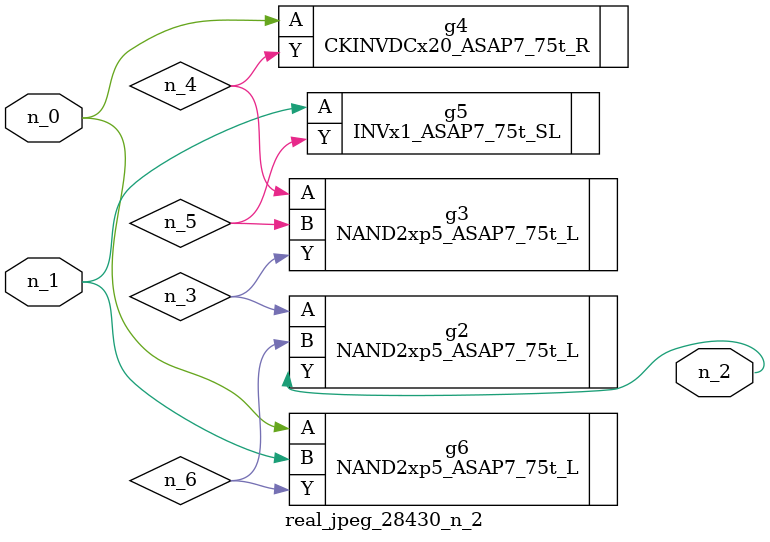
<source format=v>
module real_jpeg_28430_n_2 (n_1, n_0, n_2);

input n_1;
input n_0;

output n_2;

wire n_5;
wire n_4;
wire n_6;
wire n_3;

CKINVDCx20_ASAP7_75t_R g4 ( 
.A(n_0),
.Y(n_4)
);

NAND2xp5_ASAP7_75t_L g6 ( 
.A(n_0),
.B(n_1),
.Y(n_6)
);

INVx1_ASAP7_75t_SL g5 ( 
.A(n_1),
.Y(n_5)
);

NAND2xp5_ASAP7_75t_L g2 ( 
.A(n_3),
.B(n_6),
.Y(n_2)
);

NAND2xp5_ASAP7_75t_L g3 ( 
.A(n_4),
.B(n_5),
.Y(n_3)
);


endmodule
</source>
